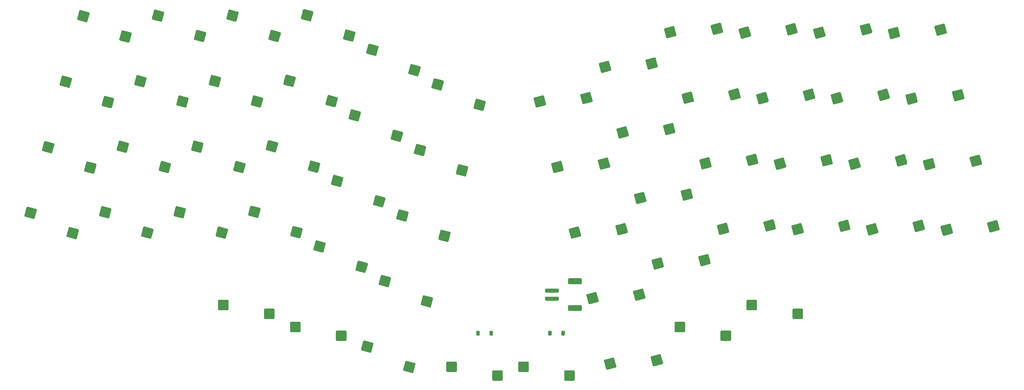
<source format=gbp>
G04 #@! TF.GenerationSoftware,KiCad,Pcbnew,7.0.9-7.0.9~ubuntu22.04.1*
G04 #@! TF.CreationDate,2023-12-21T13:29:14+01:00*
G04 #@! TF.ProjectId,ergo56,6572676f-3536-42e6-9b69-6361645f7063,0.1*
G04 #@! TF.SameCoordinates,Original*
G04 #@! TF.FileFunction,Paste,Bot*
G04 #@! TF.FilePolarity,Positive*
%FSLAX46Y46*%
G04 Gerber Fmt 4.6, Leading zero omitted, Abs format (unit mm)*
G04 Created by KiCad (PCBNEW 7.0.9-7.0.9~ubuntu22.04.1) date 2023-12-21 13:29:14*
%MOMM*%
%LPD*%
G01*
G04 APERTURE LIST*
G04 APERTURE END LIST*
G36*
G01*
X200005687Y-105689194D02*
X200544031Y-107698320D01*
G75*
G02*
X200360183Y-108016754I-251141J-67293D01*
G01*
X198302761Y-108568038D01*
G75*
G02*
X197984327Y-108384190I-67293J251141D01*
G01*
X197445983Y-106375064D01*
G75*
G02*
X197629831Y-106056630I251141J67293D01*
G01*
X199687253Y-105505346D01*
G75*
G02*
X200005687Y-105689194I67293J-251141D01*
G01*
G37*
G36*
G01*
X211673577Y-104840400D02*
X212211921Y-106849526D01*
G75*
G02*
X212028073Y-107167960I-251141J-67293D01*
G01*
X209970651Y-107719244D01*
G75*
G02*
X209652217Y-107535396I-67293J251141D01*
G01*
X209113873Y-105526270D01*
G75*
G02*
X209297721Y-105207836I251141J67293D01*
G01*
X211355143Y-104656552D01*
G75*
G02*
X211673577Y-104840400I67293J-251141D01*
G01*
G37*
G36*
G01*
X218666415Y-105785345D02*
X219204759Y-107794471D01*
G75*
G02*
X219020911Y-108112905I-251141J-67293D01*
G01*
X216963489Y-108664189D01*
G75*
G02*
X216645055Y-108480341I-67293J251141D01*
G01*
X216106711Y-106471215D01*
G75*
G02*
X216290559Y-106152781I251141J67293D01*
G01*
X218347981Y-105601497D01*
G75*
G02*
X218666415Y-105785345I67293J-251141D01*
G01*
G37*
G36*
G01*
X230334305Y-104936551D02*
X230872649Y-106945677D01*
G75*
G02*
X230688801Y-107264111I-251141J-67293D01*
G01*
X228631379Y-107815395D01*
G75*
G02*
X228312945Y-107631547I-67293J251141D01*
G01*
X227774601Y-105622421D01*
G75*
G02*
X227958449Y-105303987I251141J67293D01*
G01*
X230015871Y-104752703D01*
G75*
G02*
X230334305Y-104936551I67293J-251141D01*
G01*
G37*
G36*
G01*
X237303242Y-105792249D02*
X237841586Y-107801375D01*
G75*
G02*
X237657738Y-108119809I-251141J-67293D01*
G01*
X235600316Y-108671093D01*
G75*
G02*
X235281882Y-108487245I-67293J251141D01*
G01*
X234743538Y-106478119D01*
G75*
G02*
X234927386Y-106159685I251141J67293D01*
G01*
X236984808Y-105608401D01*
G75*
G02*
X237303242Y-105792249I67293J-251141D01*
G01*
G37*
G36*
G01*
X248971132Y-104943455D02*
X249509476Y-106952581D01*
G75*
G02*
X249325628Y-107271015I-251141J-67293D01*
G01*
X247268206Y-107822299D01*
G75*
G02*
X246949772Y-107638451I-67293J251141D01*
G01*
X246411428Y-105629325D01*
G75*
G02*
X246595276Y-105310891I251141J67293D01*
G01*
X248652698Y-104759607D01*
G75*
G02*
X248971132Y-104943455I67293J-251141D01*
G01*
G37*
G36*
G01*
X255963982Y-105888399D02*
X256502326Y-107897525D01*
G75*
G02*
X256318478Y-108215959I-251141J-67293D01*
G01*
X254261056Y-108767243D01*
G75*
G02*
X253942622Y-108583395I-67293J251141D01*
G01*
X253404278Y-106574269D01*
G75*
G02*
X253588126Y-106255835I251141J67293D01*
G01*
X255645548Y-105704551D01*
G75*
G02*
X255963982Y-105888399I67293J-251141D01*
G01*
G37*
G36*
G01*
X267631872Y-105039605D02*
X268170216Y-107048731D01*
G75*
G02*
X267986368Y-107367165I-251141J-67293D01*
G01*
X265928946Y-107918449D01*
G75*
G02*
X265610512Y-107734601I-67293J251141D01*
G01*
X265072168Y-105725475D01*
G75*
G02*
X265256016Y-105407041I251141J67293D01*
G01*
X267313438Y-104855757D01*
G75*
G02*
X267631872Y-105039605I67293J-251141D01*
G01*
G37*
G36*
G01*
X31757650Y-85926730D02*
X31219306Y-87935856D01*
G75*
G02*
X30900872Y-88119704I-251141J67293D01*
G01*
X28843450Y-87568420D01*
G75*
G02*
X28659602Y-87249986I67293J251141D01*
G01*
X29197946Y-85240860D01*
G75*
G02*
X29516380Y-85057012I251141J-67293D01*
G01*
X31573802Y-85608296D01*
G75*
G02*
X31757650Y-85926730I-67293J-251141D01*
G01*
G37*
G36*
G01*
X42286736Y-91025597D02*
X41748392Y-93034723D01*
G75*
G02*
X41429958Y-93218571I-251141J67293D01*
G01*
X39372536Y-92667287D01*
G75*
G02*
X39188688Y-92348853I67293J251141D01*
G01*
X39727032Y-90339727D01*
G75*
G02*
X40045466Y-90155879I251141J-67293D01*
G01*
X42102888Y-90707163D01*
G75*
G02*
X42286736Y-91025597I-67293J-251141D01*
G01*
G37*
G36*
G01*
X50429512Y-85789041D02*
X49891168Y-87798167D01*
G75*
G02*
X49572734Y-87982015I-251141J67293D01*
G01*
X47515312Y-87430731D01*
G75*
G02*
X47331464Y-87112297I67293J251141D01*
G01*
X47869808Y-85103171D01*
G75*
G02*
X48188242Y-84919323I251141J-67293D01*
G01*
X50245664Y-85470607D01*
G75*
G02*
X50429512Y-85789041I-67293J-251141D01*
G01*
G37*
G36*
G01*
X60958598Y-90887908D02*
X60420254Y-92897034D01*
G75*
G02*
X60101820Y-93080882I-251141J67293D01*
G01*
X58044398Y-92529598D01*
G75*
G02*
X57860550Y-92211164I67293J251141D01*
G01*
X58398894Y-90202038D01*
G75*
G02*
X58717328Y-90018190I251141J-67293D01*
G01*
X60774750Y-90569474D01*
G75*
G02*
X60958598Y-90887908I-67293J-251141D01*
G01*
G37*
G36*
G01*
X69066222Y-85782540D02*
X68527878Y-87791666D01*
G75*
G02*
X68209444Y-87975514I-251141J67293D01*
G01*
X66152022Y-87424230D01*
G75*
G02*
X65968174Y-87105796I67293J251141D01*
G01*
X66506518Y-85096670D01*
G75*
G02*
X66824952Y-84912822I251141J-67293D01*
G01*
X68882374Y-85464106D01*
G75*
G02*
X69066222Y-85782540I-67293J-251141D01*
G01*
G37*
G36*
G01*
X79595308Y-90881407D02*
X79056964Y-92890533D01*
G75*
G02*
X78738530Y-93074381I-251141J67293D01*
G01*
X76681108Y-92523097D01*
G75*
G02*
X76497260Y-92204663I67293J251141D01*
G01*
X77035604Y-90195537D01*
G75*
G02*
X77354038Y-90011689I251141J-67293D01*
G01*
X79411460Y-90562973D01*
G75*
G02*
X79595308Y-90881407I-67293J-251141D01*
G01*
G37*
G36*
G01*
X104038063Y-94359162D02*
X103499719Y-96368288D01*
G75*
G02*
X103181285Y-96552136I-251141J67293D01*
G01*
X101123863Y-96000852D01*
G75*
G02*
X100940015Y-95682418I67293J251141D01*
G01*
X101478359Y-93673292D01*
G75*
G02*
X101796793Y-93489444I251141J-67293D01*
G01*
X103854215Y-94040728D01*
G75*
G02*
X104038063Y-94359162I-67293J-251141D01*
G01*
G37*
G36*
G01*
X114567149Y-99458029D02*
X114028805Y-101467155D01*
G75*
G02*
X113710371Y-101651003I-251141J67293D01*
G01*
X111652949Y-101099719D01*
G75*
G02*
X111469101Y-100781285I67293J251141D01*
G01*
X112007445Y-98772159D01*
G75*
G02*
X112325879Y-98588311I251141J-67293D01*
G01*
X114383301Y-99139595D01*
G75*
G02*
X114567149Y-99458029I-67293J-251141D01*
G01*
G37*
G36*
G01*
X120349183Y-103031941D02*
X119810839Y-105041067D01*
G75*
G02*
X119492405Y-105224915I-251141J67293D01*
G01*
X117434983Y-104673631D01*
G75*
G02*
X117251135Y-104355197I67293J251141D01*
G01*
X117789479Y-102346071D01*
G75*
G02*
X118107913Y-102162223I251141J-67293D01*
G01*
X120165335Y-102713507D01*
G75*
G02*
X120349183Y-103031941I-67293J-251141D01*
G01*
G37*
G36*
G01*
X130878269Y-108130808D02*
X130339925Y-110139934D01*
G75*
G02*
X130021491Y-110323782I-251141J67293D01*
G01*
X127964069Y-109772498D01*
G75*
G02*
X127780221Y-109454064I67293J251141D01*
G01*
X128318565Y-107444938D01*
G75*
G02*
X128636999Y-107261090I251141J-67293D01*
G01*
X130694421Y-107812374D01*
G75*
G02*
X130878269Y-108130808I-67293J-251141D01*
G01*
G37*
G36*
G01*
X162983546Y-106613992D02*
X163521890Y-108623118D01*
G75*
G02*
X163338042Y-108941552I-251141J-67293D01*
G01*
X161280620Y-109492836D01*
G75*
G02*
X160962186Y-109308988I-67293J251141D01*
G01*
X160423842Y-107299862D01*
G75*
G02*
X160607690Y-106981428I251141J67293D01*
G01*
X162665112Y-106430144D01*
G75*
G02*
X162983546Y-106613992I67293J-251141D01*
G01*
G37*
G36*
G01*
X174651436Y-105765198D02*
X175189780Y-107774324D01*
G75*
G02*
X175005932Y-108092758I-251141J-67293D01*
G01*
X172948510Y-108644042D01*
G75*
G02*
X172630076Y-108460194I-67293J251141D01*
G01*
X172091732Y-106451068D01*
G75*
G02*
X172275580Y-106132634I251141J67293D01*
G01*
X174333002Y-105581350D01*
G75*
G02*
X174651436Y-105765198I67293J-251141D01*
G01*
G37*
G36*
G01*
X124749096Y-86611204D02*
X124210752Y-88620330D01*
G75*
G02*
X123892318Y-88804178I-251141J67293D01*
G01*
X121834896Y-88252894D01*
G75*
G02*
X121651048Y-87934460I67293J251141D01*
G01*
X122189392Y-85925334D01*
G75*
G02*
X122507826Y-85741486I251141J-67293D01*
G01*
X124565248Y-86292770D01*
G75*
G02*
X124749096Y-86611204I-67293J-251141D01*
G01*
G37*
G36*
G01*
X135278182Y-91710071D02*
X134739838Y-93719197D01*
G75*
G02*
X134421404Y-93903045I-251141J67293D01*
G01*
X132363982Y-93351761D01*
G75*
G02*
X132180134Y-93033327I67293J251141D01*
G01*
X132718478Y-91024201D01*
G75*
G02*
X133036912Y-90840353I251141J-67293D01*
G01*
X135094334Y-91391637D01*
G75*
G02*
X135278182Y-91710071I-67293J-251141D01*
G01*
G37*
G36*
G01*
X87726957Y-85686397D02*
X87188613Y-87695523D01*
G75*
G02*
X86870179Y-87879371I-251141J67293D01*
G01*
X84812757Y-87328087D01*
G75*
G02*
X84628909Y-87009653I67293J251141D01*
G01*
X85167253Y-85000527D01*
G75*
G02*
X85485687Y-84816679I251141J-67293D01*
G01*
X87543109Y-85367963D01*
G75*
G02*
X87726957Y-85686397I-67293J-251141D01*
G01*
G37*
G36*
G01*
X98256043Y-90785264D02*
X97717699Y-92794390D01*
G75*
G02*
X97399265Y-92978238I-251141J67293D01*
G01*
X95341843Y-92426954D01*
G75*
G02*
X95157995Y-92108520I67293J251141D01*
G01*
X95696339Y-90099394D01*
G75*
G02*
X96014773Y-89915546I251141J-67293D01*
G01*
X98072195Y-90466830D01*
G75*
G02*
X98256043Y-90785264I-67293J-251141D01*
G01*
G37*
G36*
G01*
X179294654Y-97941226D02*
X179832998Y-99950352D01*
G75*
G02*
X179649150Y-100268786I-251141J-67293D01*
G01*
X177591728Y-100820070D01*
G75*
G02*
X177273294Y-100636222I-67293J251141D01*
G01*
X176734950Y-98627096D01*
G75*
G02*
X176918798Y-98308662I251141J67293D01*
G01*
X178976220Y-97757378D01*
G75*
G02*
X179294654Y-97941226I67293J-251141D01*
G01*
G37*
G36*
G01*
X190962544Y-97092432D02*
X191500888Y-99101558D01*
G75*
G02*
X191317040Y-99419992I-251141J-67293D01*
G01*
X189259618Y-99971276D01*
G75*
G02*
X188941184Y-99787428I-67293J251141D01*
G01*
X188402840Y-97778302D01*
G75*
G02*
X188586688Y-97459868I251141J67293D01*
G01*
X190644110Y-96908584D01*
G75*
G02*
X190962544Y-97092432I67293J-251141D01*
G01*
G37*
G36*
G01*
X195605770Y-89268453D02*
X196144114Y-91277579D01*
G75*
G02*
X195960266Y-91596013I-251141J-67293D01*
G01*
X193902844Y-92147297D01*
G75*
G02*
X193584410Y-91963449I-67293J251141D01*
G01*
X193046066Y-89954323D01*
G75*
G02*
X193229914Y-89635889I251141J67293D01*
G01*
X195287336Y-89084605D01*
G75*
G02*
X195605770Y-89268453I67293J-251141D01*
G01*
G37*
G36*
G01*
X207273660Y-88419659D02*
X207812004Y-90428785D01*
G75*
G02*
X207628156Y-90747219I-251141J-67293D01*
G01*
X205570734Y-91298503D01*
G75*
G02*
X205252300Y-91114655I-67293J251141D01*
G01*
X204713956Y-89105529D01*
G75*
G02*
X204897804Y-88787095I251141J67293D01*
G01*
X206955226Y-88235811D01*
G75*
G02*
X207273660Y-88419659I67293J-251141D01*
G01*
G37*
G36*
G01*
X214266506Y-89364603D02*
X214804850Y-91373729D01*
G75*
G02*
X214621002Y-91692163I-251141J-67293D01*
G01*
X212563580Y-92243447D01*
G75*
G02*
X212245146Y-92059599I-67293J251141D01*
G01*
X211706802Y-90050473D01*
G75*
G02*
X211890650Y-89732039I251141J67293D01*
G01*
X213948072Y-89180755D01*
G75*
G02*
X214266506Y-89364603I67293J-251141D01*
G01*
G37*
G36*
G01*
X225934396Y-88515809D02*
X226472740Y-90524935D01*
G75*
G02*
X226288892Y-90843369I-251141J-67293D01*
G01*
X224231470Y-91394653D01*
G75*
G02*
X223913036Y-91210805I-67293J251141D01*
G01*
X223374692Y-89201679D01*
G75*
G02*
X223558540Y-88883245I251141J67293D01*
G01*
X225615962Y-88331961D01*
G75*
G02*
X225934396Y-88515809I67293J-251141D01*
G01*
G37*
G36*
G01*
X232903317Y-89371511D02*
X233441661Y-91380637D01*
G75*
G02*
X233257813Y-91699071I-251141J-67293D01*
G01*
X231200391Y-92250355D01*
G75*
G02*
X230881957Y-92066507I-67293J251141D01*
G01*
X230343613Y-90057381D01*
G75*
G02*
X230527461Y-89738947I251141J67293D01*
G01*
X232584883Y-89187663D01*
G75*
G02*
X232903317Y-89371511I67293J-251141D01*
G01*
G37*
G36*
G01*
X244571207Y-88522717D02*
X245109551Y-90531843D01*
G75*
G02*
X244925703Y-90850277I-251141J-67293D01*
G01*
X242868281Y-91401561D01*
G75*
G02*
X242549847Y-91217713I-67293J251141D01*
G01*
X242011503Y-89208587D01*
G75*
G02*
X242195351Y-88890153I251141J67293D01*
G01*
X244252773Y-88338869D01*
G75*
G02*
X244571207Y-88522717I67293J-251141D01*
G01*
G37*
G36*
G01*
X251564060Y-89467659D02*
X252102404Y-91476785D01*
G75*
G02*
X251918556Y-91795219I-251141J-67293D01*
G01*
X249861134Y-92346503D01*
G75*
G02*
X249542700Y-92162655I-67293J251141D01*
G01*
X249004356Y-90153529D01*
G75*
G02*
X249188204Y-89835095I251141J67293D01*
G01*
X251245626Y-89283811D01*
G75*
G02*
X251564060Y-89467659I67293J-251141D01*
G01*
G37*
G36*
G01*
X263231950Y-88618865D02*
X263770294Y-90627991D01*
G75*
G02*
X263586446Y-90946425I-251141J-67293D01*
G01*
X261529024Y-91497709D01*
G75*
G02*
X261210590Y-91313861I-67293J251141D01*
G01*
X260672246Y-89304735D01*
G75*
G02*
X260856094Y-88986301I251141J67293D01*
G01*
X262913516Y-88435017D01*
G75*
G02*
X263231950Y-88618865I67293J-251141D01*
G01*
G37*
G36*
G01*
X36157574Y-69505984D02*
X35619230Y-71515110D01*
G75*
G02*
X35300796Y-71698958I-251141J67293D01*
G01*
X33243374Y-71147674D01*
G75*
G02*
X33059526Y-70829240I67293J251141D01*
G01*
X33597870Y-68820114D01*
G75*
G02*
X33916304Y-68636266I251141J-67293D01*
G01*
X35973726Y-69187550D01*
G75*
G02*
X36157574Y-69505984I-67293J-251141D01*
G01*
G37*
G36*
G01*
X46686660Y-74604851D02*
X46148316Y-76613977D01*
G75*
G02*
X45829882Y-76797825I-251141J67293D01*
G01*
X43772460Y-76246541D01*
G75*
G02*
X43588612Y-75928107I67293J251141D01*
G01*
X44126956Y-73918981D01*
G75*
G02*
X44445390Y-73735133I251141J-67293D01*
G01*
X46502812Y-74286417D01*
G75*
G02*
X46686660Y-74604851I-67293J-251141D01*
G01*
G37*
G36*
G01*
X171783410Y-139455155D02*
X172321754Y-141464281D01*
G75*
G02*
X172137906Y-141782715I-251141J-67293D01*
G01*
X170080484Y-142333999D01*
G75*
G02*
X169762050Y-142150151I-67293J251141D01*
G01*
X169223706Y-140141025D01*
G75*
G02*
X169407554Y-139822591I251141J67293D01*
G01*
X171464976Y-139271307D01*
G75*
G02*
X171783410Y-139455155I67293J-251141D01*
G01*
G37*
G36*
G01*
X183451300Y-138606361D02*
X183989644Y-140615487D01*
G75*
G02*
X183805796Y-140933921I-251141J-67293D01*
G01*
X181748374Y-141485205D01*
G75*
G02*
X181429940Y-141301357I-67293J251141D01*
G01*
X180891596Y-139292231D01*
G75*
G02*
X181075444Y-138973797I251141J67293D01*
G01*
X183132866Y-138422513D01*
G75*
G02*
X183451300Y-138606361I67293J-251141D01*
G01*
G37*
G36*
G01*
X54829436Y-69368309D02*
X54291092Y-71377435D01*
G75*
G02*
X53972658Y-71561283I-251141J67293D01*
G01*
X51915236Y-71009999D01*
G75*
G02*
X51731388Y-70691565I67293J251141D01*
G01*
X52269732Y-68682439D01*
G75*
G02*
X52588166Y-68498591I251141J-67293D01*
G01*
X54645588Y-69049875D01*
G75*
G02*
X54829436Y-69368309I-67293J-251141D01*
G01*
G37*
G36*
G01*
X65358522Y-74467176D02*
X64820178Y-76476302D01*
G75*
G02*
X64501744Y-76660150I-251141J67293D01*
G01*
X62444322Y-76108866D01*
G75*
G02*
X62260474Y-75790432I67293J251141D01*
G01*
X62798818Y-73781306D01*
G75*
G02*
X63117252Y-73597458I251141J-67293D01*
G01*
X65174674Y-74148742D01*
G75*
G02*
X65358522Y-74467176I-67293J-251141D01*
G01*
G37*
G36*
G01*
X247164120Y-73046911D02*
X247702464Y-75056037D01*
G75*
G02*
X247518616Y-75374471I-251141J-67293D01*
G01*
X245461194Y-75925755D01*
G75*
G02*
X245142760Y-75741907I-67293J251141D01*
G01*
X244604416Y-73732781D01*
G75*
G02*
X244788264Y-73414347I251141J67293D01*
G01*
X246845686Y-72863063D01*
G75*
G02*
X247164120Y-73046911I67293J-251141D01*
G01*
G37*
G36*
G01*
X258832010Y-72198117D02*
X259370354Y-74207243D01*
G75*
G02*
X259186506Y-74525677I-251141J-67293D01*
G01*
X257129084Y-75076961D01*
G75*
G02*
X256810650Y-74893113I-67293J251141D01*
G01*
X256272306Y-72883987D01*
G75*
G02*
X256456154Y-72565553I251141J67293D01*
G01*
X258513576Y-72014269D01*
G75*
G02*
X258832010Y-72198117I67293J-251141D01*
G01*
G37*
G36*
G01*
X174894735Y-81520487D02*
X175433079Y-83529613D01*
G75*
G02*
X175249231Y-83848047I-251141J-67293D01*
G01*
X173191809Y-84399331D01*
G75*
G02*
X172873375Y-84215483I-67293J251141D01*
G01*
X172335031Y-82206357D01*
G75*
G02*
X172518879Y-81887923I251141J67293D01*
G01*
X174576301Y-81336639D01*
G75*
G02*
X174894735Y-81520487I67293J-251141D01*
G01*
G37*
G36*
G01*
X186562625Y-80671693D02*
X187100969Y-82680819D01*
G75*
G02*
X186917121Y-82999253I-251141J-67293D01*
G01*
X184859699Y-83550537D01*
G75*
G02*
X184541265Y-83366689I-67293J251141D01*
G01*
X184002921Y-81357563D01*
G75*
G02*
X184186769Y-81039129I251141J67293D01*
G01*
X186244191Y-80487845D01*
G75*
G02*
X186562625Y-80671693I67293J-251141D01*
G01*
G37*
G36*
G01*
X191205842Y-72847713D02*
X191744186Y-74856839D01*
G75*
G02*
X191560338Y-75175273I-251141J-67293D01*
G01*
X189502916Y-75726557D01*
G75*
G02*
X189184482Y-75542709I-67293J251141D01*
G01*
X188646138Y-73533583D01*
G75*
G02*
X188829986Y-73215149I251141J67293D01*
G01*
X190887408Y-72663865D01*
G75*
G02*
X191205842Y-72847713I67293J-251141D01*
G01*
G37*
G36*
G01*
X202873732Y-71998919D02*
X203412076Y-74008045D01*
G75*
G02*
X203228228Y-74326479I-251141J-67293D01*
G01*
X201170806Y-74877763D01*
G75*
G02*
X200852372Y-74693915I-67293J251141D01*
G01*
X200314028Y-72684789D01*
G75*
G02*
X200497876Y-72366355I251141J67293D01*
G01*
X202555298Y-71815071D01*
G75*
G02*
X202873732Y-71998919I67293J-251141D01*
G01*
G37*
G36*
G01*
X108437992Y-77938427D02*
X107899648Y-79947553D01*
G75*
G02*
X107581214Y-80131401I-251141J67293D01*
G01*
X105523792Y-79580117D01*
G75*
G02*
X105339944Y-79261683I67293J251141D01*
G01*
X105878288Y-77252557D01*
G75*
G02*
X106196722Y-77068709I251141J-67293D01*
G01*
X108254144Y-77619993D01*
G75*
G02*
X108437992Y-77938427I-67293J-251141D01*
G01*
G37*
G36*
G01*
X118967078Y-83037294D02*
X118428734Y-85046420D01*
G75*
G02*
X118110300Y-85230268I-251141J67293D01*
G01*
X116052878Y-84678984D01*
G75*
G02*
X115869030Y-84360550I67293J251141D01*
G01*
X116407374Y-82351424D01*
G75*
G02*
X116725808Y-82167576I251141J-67293D01*
G01*
X118783230Y-82718860D01*
G75*
G02*
X118967078Y-83037294I-67293J-251141D01*
G01*
G37*
G36*
G01*
X115949253Y-119452676D02*
X115410909Y-121461802D01*
G75*
G02*
X115092475Y-121645650I-251141J67293D01*
G01*
X113035053Y-121094366D01*
G75*
G02*
X112851205Y-120775932I67293J251141D01*
G01*
X113389549Y-118766806D01*
G75*
G02*
X113707983Y-118582958I251141J-67293D01*
G01*
X115765405Y-119134242D01*
G75*
G02*
X115949253Y-119452676I-67293J-251141D01*
G01*
G37*
G36*
G01*
X126478339Y-124551543D02*
X125939995Y-126560669D01*
G75*
G02*
X125621561Y-126744517I-251141J67293D01*
G01*
X123564139Y-126193233D01*
G75*
G02*
X123380291Y-125874799I67293J251141D01*
G01*
X123918635Y-123865673D01*
G75*
G02*
X124237069Y-123681825I251141J-67293D01*
G01*
X126294491Y-124233109D01*
G75*
G02*
X126478339Y-124551543I-67293J-251141D01*
G01*
G37*
G36*
G01*
X228503407Y-72950771D02*
X229041751Y-74959897D01*
G75*
G02*
X228857903Y-75278331I-251141J-67293D01*
G01*
X226800481Y-75829615D01*
G75*
G02*
X226482047Y-75645767I-67293J251141D01*
G01*
X225943703Y-73636641D01*
G75*
G02*
X226127551Y-73318207I251141J67293D01*
G01*
X228184973Y-72766923D01*
G75*
G02*
X228503407Y-72950771I67293J-251141D01*
G01*
G37*
G36*
G01*
X240171297Y-72101977D02*
X240709641Y-74111103D01*
G75*
G02*
X240525793Y-74429537I-251141J-67293D01*
G01*
X238468371Y-74980821D01*
G75*
G02*
X238149937Y-74796973I-67293J251141D01*
G01*
X237611593Y-72787847D01*
G75*
G02*
X237795441Y-72469413I251141J67293D01*
G01*
X239852863Y-71918129D01*
G75*
G02*
X240171297Y-72101977I67293J-251141D01*
G01*
G37*
G36*
G01*
X73466143Y-69361809D02*
X72927799Y-71370935D01*
G75*
G02*
X72609365Y-71554783I-251141J67293D01*
G01*
X70551943Y-71003499D01*
G75*
G02*
X70368095Y-70685065I67293J251141D01*
G01*
X70906439Y-68675939D01*
G75*
G02*
X71224873Y-68492091I251141J-67293D01*
G01*
X73282295Y-69043375D01*
G75*
G02*
X73466143Y-69361809I-67293J-251141D01*
G01*
G37*
G36*
G01*
X83995229Y-74460676D02*
X83456885Y-76469802D01*
G75*
G02*
X83138451Y-76653650I-251141J67293D01*
G01*
X81081029Y-76102366D01*
G75*
G02*
X80897181Y-75783932I67293J251141D01*
G01*
X81435525Y-73774806D01*
G75*
G02*
X81753959Y-73590958I251141J-67293D01*
G01*
X83811381Y-74142242D01*
G75*
G02*
X83995229Y-74460676I-67293J-251141D01*
G01*
G37*
G36*
G01*
X92126881Y-69265667D02*
X91588537Y-71274793D01*
G75*
G02*
X91270103Y-71458641I-251141J67293D01*
G01*
X89212681Y-70907357D01*
G75*
G02*
X89028833Y-70588923I67293J251141D01*
G01*
X89567177Y-68579797D01*
G75*
G02*
X89885611Y-68395949I251141J-67293D01*
G01*
X91943033Y-68947233D01*
G75*
G02*
X92126881Y-69265667I-67293J-251141D01*
G01*
G37*
G36*
G01*
X102655967Y-74364534D02*
X102117623Y-76373660D01*
G75*
G02*
X101799189Y-76557508I-251141J67293D01*
G01*
X99741767Y-76006224D01*
G75*
G02*
X99557919Y-75687790I67293J251141D01*
G01*
X100096263Y-73678664D01*
G75*
G02*
X100414697Y-73494816I251141J-67293D01*
G01*
X102472119Y-74046100D01*
G75*
G02*
X102655967Y-74364534I-67293J-251141D01*
G01*
G37*
G36*
G01*
X27357718Y-102347473D02*
X26819374Y-104356599D01*
G75*
G02*
X26500940Y-104540447I-251141J67293D01*
G01*
X24443518Y-103989163D01*
G75*
G02*
X24259670Y-103670729I67293J251141D01*
G01*
X24798014Y-101661603D01*
G75*
G02*
X25116448Y-101477755I251141J-67293D01*
G01*
X27173870Y-102029039D01*
G75*
G02*
X27357718Y-102347473I-67293J-251141D01*
G01*
G37*
G36*
G01*
X37886804Y-107446340D02*
X37348460Y-109455466D01*
G75*
G02*
X37030026Y-109639314I-251141J67293D01*
G01*
X34972604Y-109088030D01*
G75*
G02*
X34788756Y-108769596I67293J251141D01*
G01*
X35327100Y-106760470D01*
G75*
G02*
X35645534Y-106576622I251141J-67293D01*
G01*
X37702956Y-107127906D01*
G75*
G02*
X37886804Y-107446340I-67293J-251141D01*
G01*
G37*
G36*
G01*
X46029578Y-102209780D02*
X45491234Y-104218906D01*
G75*
G02*
X45172800Y-104402754I-251141J67293D01*
G01*
X43115378Y-103851470D01*
G75*
G02*
X42931530Y-103533036I67293J251141D01*
G01*
X43469874Y-101523910D01*
G75*
G02*
X43788308Y-101340062I251141J-67293D01*
G01*
X45845730Y-101891346D01*
G75*
G02*
X46029578Y-102209780I-67293J-251141D01*
G01*
G37*
G36*
G01*
X56558664Y-107308647D02*
X56020320Y-109317773D01*
G75*
G02*
X55701886Y-109501621I-251141J67293D01*
G01*
X53644464Y-108950337D01*
G75*
G02*
X53460616Y-108631903I67293J251141D01*
G01*
X53998960Y-106622777D01*
G75*
G02*
X54317394Y-106438929I251141J-67293D01*
G01*
X56374816Y-106990213D01*
G75*
G02*
X56558664Y-107308647I-67293J-251141D01*
G01*
G37*
G36*
G01*
X64666303Y-102203290D02*
X64127959Y-104212416D01*
G75*
G02*
X63809525Y-104396264I-251141J67293D01*
G01*
X61752103Y-103844980D01*
G75*
G02*
X61568255Y-103526546I67293J251141D01*
G01*
X62106599Y-101517420D01*
G75*
G02*
X62425033Y-101333572I251141J-67293D01*
G01*
X64482455Y-101884856D01*
G75*
G02*
X64666303Y-102203290I-67293J-251141D01*
G01*
G37*
G36*
G01*
X75195389Y-107302157D02*
X74657045Y-109311283D01*
G75*
G02*
X74338611Y-109495131I-251141J67293D01*
G01*
X72281189Y-108943847D01*
G75*
G02*
X72097341Y-108625413I67293J251141D01*
G01*
X72635685Y-106616287D01*
G75*
G02*
X72954119Y-106432439I251141J-67293D01*
G01*
X75011541Y-106983723D01*
G75*
G02*
X75195389Y-107302157I-67293J-251141D01*
G01*
G37*
G36*
G01*
X83327038Y-102107148D02*
X82788694Y-104116274D01*
G75*
G02*
X82470260Y-104300122I-251141J67293D01*
G01*
X80412838Y-103748838D01*
G75*
G02*
X80228990Y-103430404I67293J251141D01*
G01*
X80767334Y-101421278D01*
G75*
G02*
X81085768Y-101237430I251141J-67293D01*
G01*
X83143190Y-101788714D01*
G75*
G02*
X83327038Y-102107148I-67293J-251141D01*
G01*
G37*
G36*
G01*
X93856124Y-107206015D02*
X93317780Y-109215141D01*
G75*
G02*
X92999346Y-109398989I-251141J67293D01*
G01*
X90941924Y-108847705D01*
G75*
G02*
X90758076Y-108529271I67293J251141D01*
G01*
X91296420Y-106520145D01*
G75*
G02*
X91614854Y-106336297I251141J-67293D01*
G01*
X93672276Y-106887581D01*
G75*
G02*
X93856124Y-107206015I-67293J-251141D01*
G01*
G37*
G36*
G01*
X99638148Y-110779899D02*
X99099804Y-112789025D01*
G75*
G02*
X98781370Y-112972873I-251141J67293D01*
G01*
X96723948Y-112421589D01*
G75*
G02*
X96540100Y-112103155I67293J251141D01*
G01*
X97078444Y-110094029D01*
G75*
G02*
X97396878Y-109910181I251141J-67293D01*
G01*
X99454300Y-110461465D01*
G75*
G02*
X99638148Y-110779899I-67293J-251141D01*
G01*
G37*
G36*
G01*
X110167234Y-115878766D02*
X109628890Y-117887892D01*
G75*
G02*
X109310456Y-118071740I-251141J67293D01*
G01*
X107253034Y-117520456D01*
G75*
G02*
X107069186Y-117202022I67293J251141D01*
G01*
X107607530Y-115192896D01*
G75*
G02*
X107925964Y-115009048I251141J-67293D01*
G01*
X109983386Y-115560332D01*
G75*
G02*
X110167234Y-115878766I-67293J-251141D01*
G01*
G37*
G36*
G01*
X167383480Y-123034741D02*
X167921824Y-125043867D01*
G75*
G02*
X167737976Y-125362301I-251141J-67293D01*
G01*
X165680554Y-125913585D01*
G75*
G02*
X165362120Y-125729737I-67293J251141D01*
G01*
X164823776Y-123720611D01*
G75*
G02*
X165007624Y-123402177I251141J67293D01*
G01*
X167065046Y-122850893D01*
G75*
G02*
X167383480Y-123034741I67293J-251141D01*
G01*
G37*
G36*
G01*
X179051370Y-122185947D02*
X179589714Y-124195073D01*
G75*
G02*
X179405866Y-124513507I-251141J-67293D01*
G01*
X177348444Y-125064791D01*
G75*
G02*
X177030010Y-124880943I-67293J251141D01*
G01*
X176491666Y-122871817D01*
G75*
G02*
X176675514Y-122553383I251141J67293D01*
G01*
X178732936Y-122002099D01*
G75*
G02*
X179051370Y-122185947I67293J-251141D01*
G01*
G37*
G36*
G01*
X183694583Y-114361965D02*
X184232927Y-116371091D01*
G75*
G02*
X184049079Y-116689525I-251141J-67293D01*
G01*
X181991657Y-117240809D01*
G75*
G02*
X181673223Y-117056961I-67293J251141D01*
G01*
X181134879Y-115047835D01*
G75*
G02*
X181318727Y-114729401I251141J67293D01*
G01*
X183376149Y-114178117D01*
G75*
G02*
X183694583Y-114361965I67293J-251141D01*
G01*
G37*
G36*
G01*
X195362473Y-113513171D02*
X195900817Y-115522297D01*
G75*
G02*
X195716969Y-115840731I-251141J-67293D01*
G01*
X193659547Y-116392015D01*
G75*
G02*
X193341113Y-116208167I-67293J251141D01*
G01*
X192802769Y-114199041D01*
G75*
G02*
X192986617Y-113880607I251141J67293D01*
G01*
X195044039Y-113329323D01*
G75*
G02*
X195362473Y-113513171I67293J-251141D01*
G01*
G37*
G36*
G01*
X137250572Y-133549992D02*
X137250572Y-132799992D01*
G75*
G02*
X137475572Y-132574992I225000J0D01*
G01*
X137925572Y-132574992D01*
G75*
G02*
X138150572Y-132799992I0J-225000D01*
G01*
X138150572Y-133549992D01*
G75*
G02*
X137925572Y-133774992I-225000J0D01*
G01*
X137475572Y-133774992D01*
G75*
G02*
X137250572Y-133549992I0J225000D01*
G01*
G37*
G36*
G01*
X140550572Y-133549992D02*
X140550572Y-132799992D01*
G75*
G02*
X140775572Y-132574992I225000J0D01*
G01*
X141225572Y-132574992D01*
G75*
G02*
X141450572Y-132799992I0J-225000D01*
G01*
X141450572Y-133549992D01*
G75*
G02*
X141225572Y-133774992I-225000J0D01*
G01*
X140775572Y-133774992D01*
G75*
G02*
X140550572Y-133549992I0J225000D01*
G01*
G37*
G36*
G01*
X209866575Y-72943870D02*
X210404919Y-74952996D01*
G75*
G02*
X210221071Y-75271430I-251141J-67293D01*
G01*
X208163649Y-75822714D01*
G75*
G02*
X207845215Y-75638866I-67293J251141D01*
G01*
X207306871Y-73629740D01*
G75*
G02*
X207490719Y-73311306I251141J67293D01*
G01*
X209548141Y-72760022D01*
G75*
G02*
X209866575Y-72943870I67293J-251141D01*
G01*
G37*
G36*
G01*
X221534465Y-72095076D02*
X222072809Y-74104202D01*
G75*
G02*
X221888961Y-74422636I-251141J-67293D01*
G01*
X219831539Y-74973920D01*
G75*
G02*
X219513105Y-74790072I-67293J251141D01*
G01*
X218974761Y-72780946D01*
G75*
G02*
X219158609Y-72462512I251141J67293D01*
G01*
X221216031Y-71911228D01*
G75*
G02*
X221534465Y-72095076I67293J-251141D01*
G01*
G37*
G36*
G01*
X158583629Y-90193256D02*
X159121973Y-92202382D01*
G75*
G02*
X158938125Y-92520816I-251141J-67293D01*
G01*
X156880703Y-93072100D01*
G75*
G02*
X156562269Y-92888252I-67293J251141D01*
G01*
X156023925Y-90879126D01*
G75*
G02*
X156207773Y-90560692I251141J67293D01*
G01*
X158265195Y-90009408D01*
G75*
G02*
X158583629Y-90193256I67293J-251141D01*
G01*
G37*
G36*
G01*
X170251519Y-89344462D02*
X170789863Y-91353588D01*
G75*
G02*
X170606015Y-91672022I-251141J-67293D01*
G01*
X168548593Y-92223306D01*
G75*
G02*
X168230159Y-92039458I-67293J251141D01*
G01*
X167691815Y-90030332D01*
G75*
G02*
X167875663Y-89711898I251141J67293D01*
G01*
X169933085Y-89160614D01*
G75*
G02*
X170251519Y-89344462I67293J-251141D01*
G01*
G37*
G36*
G01*
X189516816Y-130560672D02*
X189516816Y-132640672D01*
G75*
G02*
X189256816Y-132900672I-260000J0D01*
G01*
X187126816Y-132900672D01*
G75*
G02*
X186866816Y-132640672I0J260000D01*
G01*
X186866816Y-130560672D01*
G75*
G02*
X187126816Y-130300672I260000J0D01*
G01*
X189256816Y-130300672D01*
G75*
G02*
X189516816Y-130560672I0J-260000D01*
G01*
G37*
G36*
G01*
X201006816Y-132760672D02*
X201006816Y-134840672D01*
G75*
G02*
X200746816Y-135100672I-260000J0D01*
G01*
X198616816Y-135100672D01*
G75*
G02*
X198356816Y-134840672I0J260000D01*
G01*
X198356816Y-132760672D01*
G75*
G02*
X198616816Y-132500672I260000J0D01*
G01*
X200746816Y-132500672D01*
G75*
G02*
X201006816Y-132760672I0J-260000D01*
G01*
G37*
G36*
G01*
X111549331Y-135873416D02*
X111010987Y-137882542D01*
G75*
G02*
X110692553Y-138066390I-251141J67293D01*
G01*
X108635131Y-137515106D01*
G75*
G02*
X108451283Y-137196672I67293J251141D01*
G01*
X108989627Y-135187546D01*
G75*
G02*
X109308061Y-135003698I251141J-67293D01*
G01*
X111365483Y-135554982D01*
G75*
G02*
X111549331Y-135873416I-67293J-251141D01*
G01*
G37*
G36*
G01*
X122078417Y-140972283D02*
X121540073Y-142981409D01*
G75*
G02*
X121221639Y-143165257I-251141J67293D01*
G01*
X119164217Y-142613973D01*
G75*
G02*
X118980369Y-142295539I67293J251141D01*
G01*
X119518713Y-140286413D01*
G75*
G02*
X119837147Y-140102565I251141J-67293D01*
G01*
X121894569Y-140653849D01*
G75*
G02*
X122078417Y-140972283I-67293J-251141D01*
G01*
G37*
G36*
G01*
X93344573Y-130560999D02*
X93344573Y-132640999D01*
G75*
G02*
X93084573Y-132900999I-260000J0D01*
G01*
X90954573Y-132900999D01*
G75*
G02*
X90694573Y-132640999I0J260000D01*
G01*
X90694573Y-130560999D01*
G75*
G02*
X90954573Y-130300999I260000J0D01*
G01*
X93084573Y-130300999D01*
G75*
G02*
X93344573Y-130560999I0J-260000D01*
G01*
G37*
G36*
G01*
X104834573Y-132760999D02*
X104834573Y-134840999D01*
G75*
G02*
X104574573Y-135100999I-260000J0D01*
G01*
X102444573Y-135100999D01*
G75*
G02*
X102184573Y-134840999I0J260000D01*
G01*
X102184573Y-132760999D01*
G75*
G02*
X102444573Y-132500999I260000J0D01*
G01*
X104574573Y-132500999D01*
G75*
G02*
X104834573Y-132760999I0J-260000D01*
G01*
G37*
G36*
G01*
X132430564Y-140534528D02*
X132430564Y-142614528D01*
G75*
G02*
X132170564Y-142874528I-260000J0D01*
G01*
X130040564Y-142874528D01*
G75*
G02*
X129780564Y-142614528I0J260000D01*
G01*
X129780564Y-140534528D01*
G75*
G02*
X130040564Y-140274528I260000J0D01*
G01*
X132170564Y-140274528D01*
G75*
G02*
X132430564Y-140534528I0J-260000D01*
G01*
G37*
G36*
G01*
X143920564Y-142734528D02*
X143920564Y-144814528D01*
G75*
G02*
X143660564Y-145074528I-260000J0D01*
G01*
X141530564Y-145074528D01*
G75*
G02*
X141270564Y-144814528I0J260000D01*
G01*
X141270564Y-142734528D01*
G75*
G02*
X141530564Y-142474528I260000J0D01*
G01*
X143660564Y-142474528D01*
G75*
G02*
X143920564Y-142734528I0J-260000D01*
G01*
G37*
G36*
G01*
X207517165Y-125078497D02*
X207517165Y-127158497D01*
G75*
G02*
X207257165Y-127418497I-260000J0D01*
G01*
X205127165Y-127418497D01*
G75*
G02*
X204867165Y-127158497I0J260000D01*
G01*
X204867165Y-125078497D01*
G75*
G02*
X205127165Y-124818497I260000J0D01*
G01*
X207257165Y-124818497D01*
G75*
G02*
X207517165Y-125078497I0J-260000D01*
G01*
G37*
G36*
G01*
X219007165Y-127278497D02*
X219007165Y-129358497D01*
G75*
G02*
X218747165Y-129618497I-260000J0D01*
G01*
X216617165Y-129618497D01*
G75*
G02*
X216357165Y-129358497I0J260000D01*
G01*
X216357165Y-127278497D01*
G75*
G02*
X216617165Y-127018497I260000J0D01*
G01*
X218747165Y-127018497D01*
G75*
G02*
X219007165Y-127278497I0J-260000D01*
G01*
G37*
G36*
G01*
X224103471Y-56530014D02*
X224641815Y-58539140D01*
G75*
G02*
X224457967Y-58857574I-251141J-67293D01*
G01*
X222400545Y-59408858D01*
G75*
G02*
X222082111Y-59225010I-67293J251141D01*
G01*
X221543767Y-57215884D01*
G75*
G02*
X221727615Y-56897450I251141J67293D01*
G01*
X223785037Y-56346166D01*
G75*
G02*
X224103471Y-56530014I67293J-251141D01*
G01*
G37*
G36*
G01*
X235771361Y-55681220D02*
X236309705Y-57690346D01*
G75*
G02*
X236125857Y-58008780I-251141J-67293D01*
G01*
X234068435Y-58560064D01*
G75*
G02*
X233750001Y-58376216I-67293J251141D01*
G01*
X233211657Y-56367090D01*
G75*
G02*
X233395505Y-56048656I251141J67293D01*
G01*
X235452927Y-55497372D01*
G75*
G02*
X235771361Y-55681220I67293J-251141D01*
G01*
G37*
G36*
G01*
X242764237Y-56626164D02*
X243302581Y-58635290D01*
G75*
G02*
X243118733Y-58953724I-251141J-67293D01*
G01*
X241061311Y-59505008D01*
G75*
G02*
X240742877Y-59321160I-67293J251141D01*
G01*
X240204533Y-57312034D01*
G75*
G02*
X240388381Y-56993600I251141J67293D01*
G01*
X242445803Y-56442316D01*
G75*
G02*
X242764237Y-56626164I67293J-251141D01*
G01*
G37*
G36*
G01*
X254432127Y-55777370D02*
X254970471Y-57786496D01*
G75*
G02*
X254786623Y-58104930I-251141J-67293D01*
G01*
X252729201Y-58656214D01*
G75*
G02*
X252410767Y-58472366I-67293J251141D01*
G01*
X251872423Y-56463240D01*
G75*
G02*
X252056271Y-56144806I251141J67293D01*
G01*
X254113693Y-55593522D01*
G75*
G02*
X254432127Y-55777370I67293J-251141D01*
G01*
G37*
G36*
G01*
X77866075Y-52941034D02*
X77327731Y-54950160D01*
G75*
G02*
X77009297Y-55134008I-251141J67293D01*
G01*
X74951875Y-54582724D01*
G75*
G02*
X74768027Y-54264290I67293J251141D01*
G01*
X75306371Y-52255164D01*
G75*
G02*
X75624805Y-52071316I251141J-67293D01*
G01*
X77682227Y-52622600D01*
G75*
G02*
X77866075Y-52941034I-67293J-251141D01*
G01*
G37*
G36*
G01*
X88395161Y-58039901D02*
X87856817Y-60049027D01*
G75*
G02*
X87538383Y-60232875I-251141J67293D01*
G01*
X85480961Y-59681591D01*
G75*
G02*
X85297113Y-59363157I67293J251141D01*
G01*
X85835457Y-57354031D01*
G75*
G02*
X86153891Y-57170183I251141J-67293D01*
G01*
X88211313Y-57721467D01*
G75*
G02*
X88395161Y-58039901I-67293J-251141D01*
G01*
G37*
G36*
G01*
X75344573Y-125078996D02*
X75344573Y-127158996D01*
G75*
G02*
X75084573Y-127418996I-260000J0D01*
G01*
X72954573Y-127418996D01*
G75*
G02*
X72694573Y-127158996I0J260000D01*
G01*
X72694573Y-125078996D01*
G75*
G02*
X72954573Y-124818996I260000J0D01*
G01*
X75084573Y-124818996D01*
G75*
G02*
X75344573Y-125078996I0J-260000D01*
G01*
G37*
G36*
G01*
X86834573Y-127278996D02*
X86834573Y-129358996D01*
G75*
G02*
X86574573Y-129618996I-260000J0D01*
G01*
X84444573Y-129618996D01*
G75*
G02*
X84184573Y-129358996I0J260000D01*
G01*
X84184573Y-127278996D01*
G75*
G02*
X84444573Y-127018996I260000J0D01*
G01*
X86574573Y-127018996D01*
G75*
G02*
X86834573Y-127278996I0J-260000D01*
G01*
G37*
G36*
G01*
X40557537Y-53085199D02*
X40019193Y-55094325D01*
G75*
G02*
X39700759Y-55278173I-251141J67293D01*
G01*
X37643337Y-54726889D01*
G75*
G02*
X37459489Y-54408455I67293J251141D01*
G01*
X37997833Y-52399329D01*
G75*
G02*
X38316267Y-52215481I251141J-67293D01*
G01*
X40373689Y-52766765D01*
G75*
G02*
X40557537Y-53085199I-67293J-251141D01*
G01*
G37*
G36*
G01*
X51086623Y-58184066D02*
X50548279Y-60193192D01*
G75*
G02*
X50229845Y-60377040I-251141J67293D01*
G01*
X48172423Y-59825756D01*
G75*
G02*
X47988575Y-59507322I67293J251141D01*
G01*
X48526919Y-57498196D01*
G75*
G02*
X48845353Y-57314348I251141J-67293D01*
G01*
X50902775Y-57865632D01*
G75*
G02*
X51086623Y-58184066I-67293J-251141D01*
G01*
G37*
G36*
G01*
X186805966Y-56426950D02*
X187344310Y-58436076D01*
G75*
G02*
X187160462Y-58754510I-251141J-67293D01*
G01*
X185103040Y-59305794D01*
G75*
G02*
X184784606Y-59121946I-67293J251141D01*
G01*
X184246262Y-57112820D01*
G75*
G02*
X184430110Y-56794386I251141J67293D01*
G01*
X186487532Y-56243102D01*
G75*
G02*
X186805966Y-56426950I67293J-251141D01*
G01*
G37*
G36*
G01*
X198473856Y-55578156D02*
X199012200Y-57587282D01*
G75*
G02*
X198828352Y-57905716I-251141J-67293D01*
G01*
X196770930Y-58457000D01*
G75*
G02*
X196452496Y-58273152I-67293J251141D01*
G01*
X195914152Y-56264026D01*
G75*
G02*
X196098000Y-55945592I251141J67293D01*
G01*
X198155422Y-55394308D01*
G75*
G02*
X198473856Y-55578156I67293J-251141D01*
G01*
G37*
G36*
G01*
X154183743Y-73772519D02*
X154722087Y-75781645D01*
G75*
G02*
X154538239Y-76100079I-251141J-67293D01*
G01*
X152480817Y-76651363D01*
G75*
G02*
X152162383Y-76467515I-67293J251141D01*
G01*
X151624039Y-74458389D01*
G75*
G02*
X151807887Y-74139955I251141J67293D01*
G01*
X153865309Y-73588671D01*
G75*
G02*
X154183743Y-73772519I67293J-251141D01*
G01*
G37*
G36*
G01*
X165851633Y-72923725D02*
X166389977Y-74932851D01*
G75*
G02*
X166206129Y-75251285I-251141J-67293D01*
G01*
X164148707Y-75802569D01*
G75*
G02*
X163830273Y-75618721I-67293J251141D01*
G01*
X163291929Y-73609595D01*
G75*
G02*
X163475777Y-73291161I251141J67293D01*
G01*
X165533199Y-72739877D01*
G75*
G02*
X165851633Y-72923725I67293J-251141D01*
G01*
G37*
G36*
G01*
X112837903Y-61517709D02*
X112299559Y-63526835D01*
G75*
G02*
X111981125Y-63710683I-251141J67293D01*
G01*
X109923703Y-63159399D01*
G75*
G02*
X109739855Y-62840965I67293J251141D01*
G01*
X110278199Y-60831839D01*
G75*
G02*
X110596633Y-60647991I251141J-67293D01*
G01*
X112654055Y-61199275D01*
G75*
G02*
X112837903Y-61517709I-67293J-251141D01*
G01*
G37*
G36*
G01*
X123366989Y-66616576D02*
X122828645Y-68625702D01*
G75*
G02*
X122510211Y-68809550I-251141J67293D01*
G01*
X120452789Y-68258266D01*
G75*
G02*
X120268941Y-67939832I67293J251141D01*
G01*
X120807285Y-65930706D01*
G75*
G02*
X121125719Y-65746858I251141J-67293D01*
G01*
X123183141Y-66298142D01*
G75*
G02*
X123366989Y-66616576I-67293J-251141D01*
G01*
G37*
G36*
G01*
X59229349Y-52947522D02*
X58691005Y-54956648D01*
G75*
G02*
X58372571Y-55140496I-251141J67293D01*
G01*
X56315149Y-54589212D01*
G75*
G02*
X56131301Y-54270778I67293J251141D01*
G01*
X56669645Y-52261652D01*
G75*
G02*
X56988079Y-52077804I251141J-67293D01*
G01*
X59045501Y-52629088D01*
G75*
G02*
X59229349Y-52947522I-67293J-251141D01*
G01*
G37*
G36*
G01*
X69758435Y-58046389D02*
X69220091Y-60055515D01*
G75*
G02*
X68901657Y-60239363I-251141J67293D01*
G01*
X66844235Y-59688079D01*
G75*
G02*
X66660387Y-59369645I67293J251141D01*
G01*
X67198731Y-57360519D01*
G75*
G02*
X67517165Y-57176671I251141J-67293D01*
G01*
X69574587Y-57727955D01*
G75*
G02*
X69758435Y-58046389I-67293J-251141D01*
G01*
G37*
G36*
G01*
X96526833Y-52844884D02*
X95988489Y-54854010D01*
G75*
G02*
X95670055Y-55037858I-251141J67293D01*
G01*
X93612633Y-54486574D01*
G75*
G02*
X93428785Y-54168140I67293J251141D01*
G01*
X93967129Y-52159014D01*
G75*
G02*
X94285563Y-51975166I251141J-67293D01*
G01*
X96342985Y-52526450D01*
G75*
G02*
X96526833Y-52844884I-67293J-251141D01*
G01*
G37*
G36*
G01*
X107055919Y-57943751D02*
X106517575Y-59952877D01*
G75*
G02*
X106199141Y-60136725I-251141J67293D01*
G01*
X104141719Y-59585441D01*
G75*
G02*
X103957871Y-59267007I67293J251141D01*
G01*
X104496215Y-57257881D01*
G75*
G02*
X104814649Y-57074033I251141J-67293D01*
G01*
X106872071Y-57625317D01*
G75*
G02*
X107055919Y-57943751I-67293J-251141D01*
G01*
G37*
G36*
G01*
X205466625Y-56523108D02*
X206004969Y-58532234D01*
G75*
G02*
X205821121Y-58850668I-251141J-67293D01*
G01*
X203763699Y-59401952D01*
G75*
G02*
X203445265Y-59218104I-67293J251141D01*
G01*
X202906921Y-57208978D01*
G75*
G02*
X203090769Y-56890544I251141J67293D01*
G01*
X205148191Y-56339260D01*
G75*
G02*
X205466625Y-56523108I67293J-251141D01*
G01*
G37*
G36*
G01*
X217134515Y-55674314D02*
X217672859Y-57683440D01*
G75*
G02*
X217489011Y-58001874I-251141J-67293D01*
G01*
X215431589Y-58553158D01*
G75*
G02*
X215113155Y-58369310I-67293J251141D01*
G01*
X214574811Y-56360184D01*
G75*
G02*
X214758659Y-56041750I251141J67293D01*
G01*
X216816081Y-55490466D01*
G75*
G02*
X217134515Y-55674314I67293J-251141D01*
G01*
G37*
G36*
G01*
X170494801Y-65099787D02*
X171033145Y-67108913D01*
G75*
G02*
X170849297Y-67427347I-251141J-67293D01*
G01*
X168791875Y-67978631D01*
G75*
G02*
X168473441Y-67794783I-67293J251141D01*
G01*
X167935097Y-65785657D01*
G75*
G02*
X168118945Y-65467223I251141J67293D01*
G01*
X170176367Y-64915939D01*
G75*
G02*
X170494801Y-65099787I67293J-251141D01*
G01*
G37*
G36*
G01*
X182162691Y-64250993D02*
X182701035Y-66260119D01*
G75*
G02*
X182517187Y-66578553I-251141J-67293D01*
G01*
X180459765Y-67129837D01*
G75*
G02*
X180141331Y-66945989I-67293J251141D01*
G01*
X179602987Y-64936863D01*
G75*
G02*
X179786835Y-64618429I251141J67293D01*
G01*
X181844257Y-64067145D01*
G75*
G02*
X182162691Y-64250993I67293J-251141D01*
G01*
G37*
G36*
G01*
X155250569Y-133549995D02*
X155250569Y-132799995D01*
G75*
G02*
X155475569Y-132574995I225000J0D01*
G01*
X155925569Y-132574995D01*
G75*
G02*
X156150569Y-132799995I0J-225000D01*
G01*
X156150569Y-133549995D01*
G75*
G02*
X155925569Y-133774995I-225000J0D01*
G01*
X155475569Y-133774995D01*
G75*
G02*
X155250569Y-133549995I0J225000D01*
G01*
G37*
G36*
G01*
X158550569Y-133549995D02*
X158550569Y-132799995D01*
G75*
G02*
X158775569Y-132574995I225000J0D01*
G01*
X159225569Y-132574995D01*
G75*
G02*
X159450569Y-132799995I0J-225000D01*
G01*
X159450569Y-133549995D01*
G75*
G02*
X159225569Y-133774995I-225000J0D01*
G01*
X158775569Y-133774995D01*
G75*
G02*
X158550569Y-133549995I0J225000D01*
G01*
G37*
G36*
G01*
X150430563Y-140534532D02*
X150430563Y-142614532D01*
G75*
G02*
X150170563Y-142874532I-260000J0D01*
G01*
X148040563Y-142874532D01*
G75*
G02*
X147780563Y-142614532I0J260000D01*
G01*
X147780563Y-140534532D01*
G75*
G02*
X148040563Y-140274532I260000J0D01*
G01*
X150170563Y-140274532D01*
G75*
G02*
X150430563Y-140534532I0J-260000D01*
G01*
G37*
G36*
G01*
X161920563Y-142734532D02*
X161920563Y-144814532D01*
G75*
G02*
X161660563Y-145074532I-260000J0D01*
G01*
X159530563Y-145074532D01*
G75*
G02*
X159270563Y-144814532I0J260000D01*
G01*
X159270563Y-142734532D01*
G75*
G02*
X159530563Y-142474532I260000J0D01*
G01*
X161660563Y-142474532D01*
G75*
G02*
X161920563Y-142734532I0J-260000D01*
G01*
G37*
G36*
G01*
X129149058Y-70190447D02*
X128610714Y-72199573D01*
G75*
G02*
X128292280Y-72383421I-251141J67293D01*
G01*
X126234858Y-71832137D01*
G75*
G02*
X126051010Y-71513703I67293J251141D01*
G01*
X126589354Y-69504577D01*
G75*
G02*
X126907788Y-69320729I251141J-67293D01*
G01*
X128965210Y-69872013D01*
G75*
G02*
X129149058Y-70190447I-67293J-251141D01*
G01*
G37*
G36*
G01*
X139678144Y-75289314D02*
X139139800Y-77298440D01*
G75*
G02*
X138821366Y-77482288I-251141J67293D01*
G01*
X136763944Y-76931004D01*
G75*
G02*
X136580096Y-76612570I67293J251141D01*
G01*
X137118440Y-74603444D01*
G75*
G02*
X137436874Y-74419596I251141J-67293D01*
G01*
X139494296Y-74970880D01*
G75*
G02*
X139678144Y-75289314I-67293J-251141D01*
G01*
G37*
G36*
G01*
X154713550Y-122009530D02*
X157713550Y-122009530D01*
G75*
G02*
X157963550Y-122259530I0J-250000D01*
G01*
X157963550Y-122759530D01*
G75*
G02*
X157713550Y-123009530I-250000J0D01*
G01*
X154713550Y-123009530D01*
G75*
G02*
X154463550Y-122759530I0J250000D01*
G01*
X154463550Y-122259530D01*
G75*
G02*
X154713550Y-122009530I250000J0D01*
G01*
G37*
G36*
G01*
X154713550Y-124009530D02*
X157713550Y-124009530D01*
G75*
G02*
X157963550Y-124259530I0J-250000D01*
G01*
X157963550Y-124759530D01*
G75*
G02*
X157713550Y-125009530I-250000J0D01*
G01*
X154713550Y-125009530D01*
G75*
G02*
X154463550Y-124759530I0J250000D01*
G01*
X154463550Y-124259530D01*
G75*
G02*
X154713550Y-124009530I250000J0D01*
G01*
G37*
G36*
G01*
X160513551Y-119409530D02*
X163413549Y-119409530D01*
G75*
G02*
X163663550Y-119659531I0J-250001D01*
G01*
X163663550Y-120659529D01*
G75*
G02*
X163413549Y-120909530I-250001J0D01*
G01*
X160513551Y-120909530D01*
G75*
G02*
X160263550Y-120659529I0J250001D01*
G01*
X160263550Y-119659531D01*
G75*
G02*
X160513551Y-119409530I250001J0D01*
G01*
G37*
G36*
G01*
X160513551Y-126109530D02*
X163413549Y-126109530D01*
G75*
G02*
X163663550Y-126359531I0J-250001D01*
G01*
X163663550Y-127359529D01*
G75*
G02*
X163413549Y-127609530I-250001J0D01*
G01*
X160513551Y-127609530D01*
G75*
G02*
X160263550Y-127359529I0J250001D01*
G01*
X160263550Y-126359531D01*
G75*
G02*
X160513551Y-126109530I250001J0D01*
G01*
G37*
M02*

</source>
